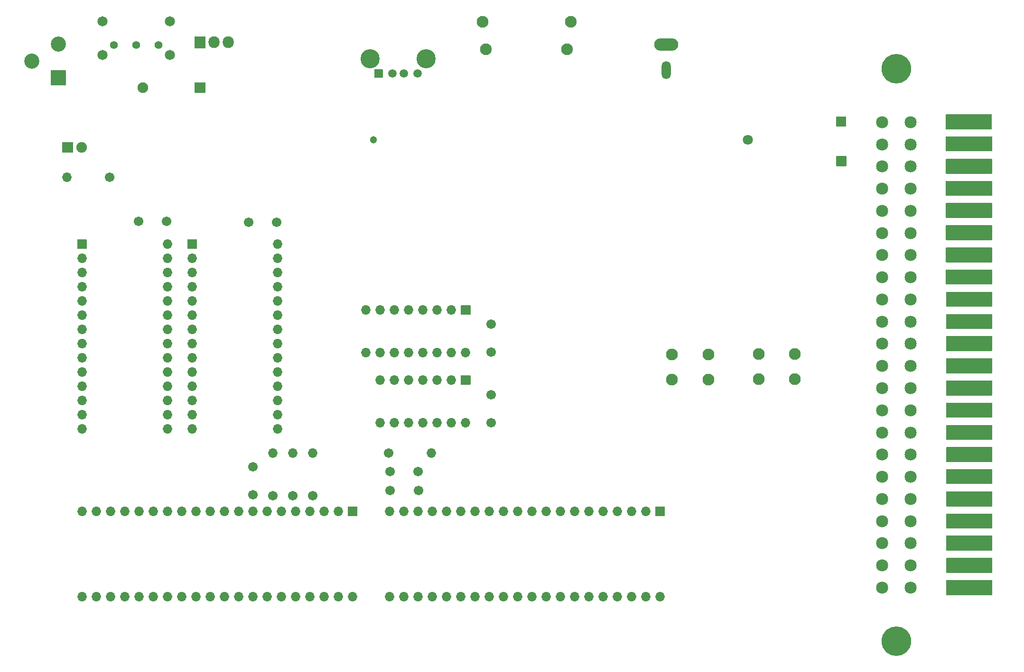
<source format=gbr>
%TF.GenerationSoftware,KiCad,Pcbnew,(5.1.9-0-10_14)*%
%TF.CreationDate,2021-03-05T15:55:50-05:00*%
%TF.ProjectId,Apple1_2layer,4170706c-6531-45f3-926c-617965722e6b,rev?*%
%TF.SameCoordinates,Original*%
%TF.FileFunction,Soldermask,Bot*%
%TF.FilePolarity,Negative*%
%FSLAX46Y46*%
G04 Gerber Fmt 4.6, Leading zero omitted, Abs format (unit mm)*
G04 Created by KiCad (PCBNEW (5.1.9-0-10_14)) date 2021-03-05 15:55:50*
%MOMM*%
%LPD*%
G01*
G04 APERTURE LIST*
%ADD10C,1.802000*%
%ADD11C,1.302000*%
%ADD12C,2.097000*%
%ADD13C,1.510000*%
%ADD14C,3.418000*%
%ADD15C,2.102000*%
%ADD16C,2.157000*%
%ADD17C,5.277000*%
%ADD18O,1.702000X1.702000*%
%ADD19C,1.702000*%
%ADD20O,1.902000X1.902000*%
%ADD21C,1.902000*%
%ADD22C,2.702000*%
%ADD23O,4.302000X2.202000*%
%ADD24O,1.652000X3.202000*%
%ADD25C,1.402000*%
%ADD26C,1.812000*%
%ADD27O,2.007000X2.102000*%
G04 APERTURE END LIST*
D10*
%TO.C,U9*%
X215264000Y-51435000D03*
D11*
X148464000Y-51435000D03*
%TD*%
D12*
%TO.C,J9*%
X183018000Y-35312000D03*
X168518000Y-35312000D03*
X183643000Y-30412000D03*
X167893000Y-30412000D03*
%TD*%
D13*
%TO.C,J6*%
X156337000Y-39624000D03*
X153837000Y-39624000D03*
X151837000Y-39624000D03*
G36*
G01*
X150092000Y-38920000D02*
X150092000Y-40328000D01*
G75*
G02*
X150041000Y-40379000I-51000J0D01*
G01*
X148633000Y-40379000D01*
G75*
G02*
X148582000Y-40328000I0J51000D01*
G01*
X148582000Y-38920000D01*
G75*
G02*
X148633000Y-38869000I51000J0D01*
G01*
X150041000Y-38869000D01*
G75*
G02*
X150092000Y-38920000I0J-51000D01*
G01*
G37*
D14*
X157837000Y-36954000D03*
X147837000Y-36954000D03*
%TD*%
D15*
%TO.C,SW2*%
X201676000Y-94289000D03*
X201676000Y-89789000D03*
X208176000Y-94289000D03*
X208176000Y-89789000D03*
%TD*%
D16*
%TO.C,J3*%
X244246400Y-131470400D03*
X239166400Y-131470400D03*
X244246400Y-127510400D03*
X239166400Y-127510400D03*
X244246400Y-123550400D03*
X239166400Y-123550400D03*
X244246400Y-119590400D03*
X239166400Y-119590400D03*
X244246400Y-115630400D03*
X239166400Y-115630400D03*
X244246400Y-111670400D03*
X239166400Y-111670400D03*
X244246400Y-107710400D03*
X239166400Y-107710400D03*
X244246400Y-103750400D03*
X239166400Y-103750400D03*
X244246400Y-99790400D03*
X239166400Y-99790400D03*
X244246400Y-95830400D03*
X239166400Y-95830400D03*
X244246400Y-91870400D03*
X239166400Y-91870400D03*
X244246400Y-87910400D03*
X239166400Y-87910400D03*
X244246400Y-83950400D03*
X239166400Y-83950400D03*
X244246400Y-79990400D03*
X239166400Y-79990400D03*
X244246400Y-76030400D03*
X239166400Y-76030400D03*
X244246400Y-72070400D03*
X239166400Y-72070400D03*
X244246400Y-68110400D03*
X239166400Y-68110400D03*
X244246400Y-64150400D03*
X239166400Y-64150400D03*
X244246400Y-60190400D03*
X239166400Y-60190400D03*
X244246400Y-56230400D03*
X239166400Y-56230400D03*
X244246400Y-52270400D03*
X239166400Y-52270400D03*
X244246400Y-48310400D03*
X239166400Y-48310400D03*
D17*
X241706400Y-141045400D03*
X241706400Y-38735400D03*
%TD*%
D18*
%TO.C,U6*%
X199567800Y-133070600D03*
X151307800Y-117830600D03*
X197027800Y-133070600D03*
X153847800Y-117830600D03*
X194487800Y-133070600D03*
X156387800Y-117830600D03*
X191947800Y-133070600D03*
X158927800Y-117830600D03*
X189407800Y-133070600D03*
X161467800Y-117830600D03*
X186867800Y-133070600D03*
X164007800Y-117830600D03*
X184327800Y-133070600D03*
X166547800Y-117830600D03*
X181787800Y-133070600D03*
X169087800Y-117830600D03*
X179247800Y-133070600D03*
X171627800Y-117830600D03*
X176707800Y-133070600D03*
X174167800Y-117830600D03*
X174167800Y-133070600D03*
X176707800Y-117830600D03*
X171627800Y-133070600D03*
X179247800Y-117830600D03*
X169087800Y-133070600D03*
X181787800Y-117830600D03*
X166547800Y-133070600D03*
X184327800Y-117830600D03*
X164007800Y-133070600D03*
X186867800Y-117830600D03*
X161467800Y-133070600D03*
X189407800Y-117830600D03*
X158927800Y-133070600D03*
X191947800Y-117830600D03*
X156387800Y-133070600D03*
X194487800Y-117830600D03*
X153847800Y-133070600D03*
X197027800Y-117830600D03*
X151307800Y-133070600D03*
G36*
G01*
X198767800Y-116979600D02*
X200367800Y-116979600D01*
G75*
G02*
X200418800Y-117030600I0J-51000D01*
G01*
X200418800Y-118630600D01*
G75*
G02*
X200367800Y-118681600I-51000J0D01*
G01*
X198767800Y-118681600D01*
G75*
G02*
X198716800Y-118630600I0J51000D01*
G01*
X198716800Y-117030600D01*
G75*
G02*
X198767800Y-116979600I51000J0D01*
G01*
G37*
%TD*%
D19*
%TO.C,C4*%
X151387800Y-110718600D03*
X156387800Y-110718600D03*
%TD*%
%TO.C,C5*%
X111506000Y-66040000D03*
X106506000Y-66040000D03*
%TD*%
%TO.C,C6*%
X169418000Y-96981000D03*
X169418000Y-101981000D03*
%TD*%
%TO.C,C7*%
X131191000Y-66167000D03*
X126191000Y-66167000D03*
%TD*%
%TO.C,C8*%
X151434800Y-114147600D03*
X156434800Y-114147600D03*
%TD*%
%TO.C,C9*%
X169418000Y-84408000D03*
X169418000Y-89408000D03*
%TD*%
%TO.C,D1*%
G36*
G01*
X118426000Y-41264000D02*
X118426000Y-43064000D01*
G75*
G02*
X118375000Y-43115000I-51000J0D01*
G01*
X116575000Y-43115000D01*
G75*
G02*
X116524000Y-43064000I0J51000D01*
G01*
X116524000Y-41264000D01*
G75*
G02*
X116575000Y-41213000I51000J0D01*
G01*
X118375000Y-41213000D01*
G75*
G02*
X118426000Y-41264000I0J-51000D01*
G01*
G37*
D20*
X107315000Y-42164000D03*
%TD*%
%TO.C,D2*%
G36*
G01*
X92902000Y-53732000D02*
X92902000Y-51932000D01*
G75*
G02*
X92953000Y-51881000I51000J0D01*
G01*
X94753000Y-51881000D01*
G75*
G02*
X94804000Y-51932000I0J-51000D01*
G01*
X94804000Y-53732000D01*
G75*
G02*
X94753000Y-53783000I-51000J0D01*
G01*
X92953000Y-53783000D01*
G75*
G02*
X92902000Y-53732000I0J51000D01*
G01*
G37*
D21*
X96393000Y-52832000D03*
%TD*%
D18*
%TO.C,R1*%
X137566400Y-107391200D03*
D19*
X137566400Y-115011200D03*
%TD*%
%TO.C,R2*%
X134010400Y-115011200D03*
D18*
X134010400Y-107391200D03*
%TD*%
D19*
%TO.C,R3*%
X130454400Y-115011200D03*
D18*
X130454400Y-107391200D03*
%TD*%
%TO.C,R4*%
X158800800Y-107442000D03*
D19*
X151180800Y-107442000D03*
%TD*%
%TO.C,R5*%
X101346000Y-58166000D03*
D18*
X93726000Y-58166000D03*
%TD*%
D19*
%TO.C,C10*%
X126949200Y-114858800D03*
X126949200Y-109858800D03*
%TD*%
%TO.C,J1*%
G36*
G01*
X93553000Y-39086000D02*
X93553000Y-41686000D01*
G75*
G02*
X93502000Y-41737000I-51000J0D01*
G01*
X90902000Y-41737000D01*
G75*
G02*
X90851000Y-41686000I0J51000D01*
G01*
X90851000Y-39086000D01*
G75*
G02*
X90902000Y-39035000I51000J0D01*
G01*
X93502000Y-39035000D01*
G75*
G02*
X93553000Y-39086000I0J-51000D01*
G01*
G37*
D22*
X92202000Y-34386000D03*
X87502000Y-37386000D03*
%TD*%
%TO.C,J2*%
G36*
G01*
X258801601Y-132801400D02*
X250671599Y-132801400D01*
G75*
G02*
X250620600Y-132750401I0J50999D01*
G01*
X250620600Y-130190399D01*
G75*
G02*
X250671599Y-130139400I50999J0D01*
G01*
X258801601Y-130139400D01*
G75*
G02*
X258852600Y-130190399I0J-50999D01*
G01*
X258852600Y-132750401D01*
G75*
G02*
X258801601Y-132801400I-50999J0D01*
G01*
G37*
G36*
G01*
X258801601Y-128839000D02*
X250671599Y-128839000D01*
G75*
G02*
X250620600Y-128788001I0J50999D01*
G01*
X250620600Y-126227999D01*
G75*
G02*
X250671599Y-126177000I50999J0D01*
G01*
X258801601Y-126177000D01*
G75*
G02*
X258852600Y-126227999I0J-50999D01*
G01*
X258852600Y-128788001D01*
G75*
G02*
X258801601Y-128839000I-50999J0D01*
G01*
G37*
G36*
G01*
X258801601Y-120914200D02*
X250671599Y-120914200D01*
G75*
G02*
X250620600Y-120863201I0J50999D01*
G01*
X250620600Y-118303199D01*
G75*
G02*
X250671599Y-118252200I50999J0D01*
G01*
X258801601Y-118252200D01*
G75*
G02*
X258852600Y-118303199I0J-50999D01*
G01*
X258852600Y-120863201D01*
G75*
G02*
X258801601Y-120914200I-50999J0D01*
G01*
G37*
G36*
G01*
X258801601Y-124851200D02*
X250671599Y-124851200D01*
G75*
G02*
X250620600Y-124800201I0J50999D01*
G01*
X250620600Y-122240199D01*
G75*
G02*
X250671599Y-122189200I50999J0D01*
G01*
X258801601Y-122189200D01*
G75*
G02*
X258852600Y-122240199I0J-50999D01*
G01*
X258852600Y-124800201D01*
G75*
G02*
X258801601Y-124851200I-50999J0D01*
G01*
G37*
G36*
G01*
X258801601Y-112964000D02*
X250671599Y-112964000D01*
G75*
G02*
X250620600Y-112913001I0J50999D01*
G01*
X250620600Y-110352999D01*
G75*
G02*
X250671599Y-110302000I50999J0D01*
G01*
X258801601Y-110302000D01*
G75*
G02*
X258852600Y-110352999I0J-50999D01*
G01*
X258852600Y-112913001D01*
G75*
G02*
X258801601Y-112964000I-50999J0D01*
G01*
G37*
G36*
G01*
X258801601Y-109027000D02*
X250671599Y-109027000D01*
G75*
G02*
X250620600Y-108976001I0J50999D01*
G01*
X250620600Y-106415999D01*
G75*
G02*
X250671599Y-106365000I50999J0D01*
G01*
X258801601Y-106365000D01*
G75*
G02*
X258852600Y-106415999I0J-50999D01*
G01*
X258852600Y-108976001D01*
G75*
G02*
X258801601Y-109027000I-50999J0D01*
G01*
G37*
G36*
G01*
X258801601Y-116951800D02*
X250671599Y-116951800D01*
G75*
G02*
X250620600Y-116900801I0J50999D01*
G01*
X250620600Y-114340799D01*
G75*
G02*
X250671599Y-114289800I50999J0D01*
G01*
X258801601Y-114289800D01*
G75*
G02*
X258852600Y-114340799I0J-50999D01*
G01*
X258852600Y-116900801D01*
G75*
G02*
X258801601Y-116951800I-50999J0D01*
G01*
G37*
G36*
G01*
X258801601Y-105064600D02*
X250671599Y-105064600D01*
G75*
G02*
X250620600Y-105013601I0J50999D01*
G01*
X250620600Y-102453599D01*
G75*
G02*
X250671599Y-102402600I50999J0D01*
G01*
X258801601Y-102402600D01*
G75*
G02*
X258852600Y-102453599I0J-50999D01*
G01*
X258852600Y-105013601D01*
G75*
G02*
X258801601Y-105064600I-50999J0D01*
G01*
G37*
G36*
G01*
X258776201Y-97139800D02*
X250646199Y-97139800D01*
G75*
G02*
X250595200Y-97088801I0J50999D01*
G01*
X250595200Y-94528799D01*
G75*
G02*
X250646199Y-94477800I50999J0D01*
G01*
X258776201Y-94477800D01*
G75*
G02*
X258827200Y-94528799I0J-50999D01*
G01*
X258827200Y-97088801D01*
G75*
G02*
X258776201Y-97139800I-50999J0D01*
G01*
G37*
G36*
G01*
X258776201Y-101076800D02*
X250646199Y-101076800D01*
G75*
G02*
X250595200Y-101025801I0J50999D01*
G01*
X250595200Y-98465799D01*
G75*
G02*
X250646199Y-98414800I50999J0D01*
G01*
X258776201Y-98414800D01*
G75*
G02*
X258827200Y-98465799I0J-50999D01*
G01*
X258827200Y-101025801D01*
G75*
G02*
X258776201Y-101076800I-50999J0D01*
G01*
G37*
G36*
G01*
X258776201Y-81290200D02*
X250646199Y-81290200D01*
G75*
G02*
X250595200Y-81239201I0J50999D01*
G01*
X250595200Y-78679199D01*
G75*
G02*
X250646199Y-78628200I50999J0D01*
G01*
X258776201Y-78628200D01*
G75*
G02*
X258827200Y-78679199I0J-50999D01*
G01*
X258827200Y-81239201D01*
G75*
G02*
X258776201Y-81290200I-50999J0D01*
G01*
G37*
G36*
G01*
X258750801Y-73365400D02*
X250620799Y-73365400D01*
G75*
G02*
X250569800Y-73314401I0J50999D01*
G01*
X250569800Y-70754399D01*
G75*
G02*
X250620799Y-70703400I50999J0D01*
G01*
X258750801Y-70703400D01*
G75*
G02*
X258801800Y-70754399I0J-50999D01*
G01*
X258801800Y-73314401D01*
G75*
G02*
X258750801Y-73365400I-50999J0D01*
G01*
G37*
G36*
G01*
X258750801Y-77302400D02*
X250620799Y-77302400D01*
G75*
G02*
X250569800Y-77251401I0J50999D01*
G01*
X250569800Y-74691399D01*
G75*
G02*
X250620799Y-74640400I50999J0D01*
G01*
X258750801Y-74640400D01*
G75*
G02*
X258801800Y-74691399I0J-50999D01*
G01*
X258801800Y-77251401D01*
G75*
G02*
X258750801Y-77302400I-50999J0D01*
G01*
G37*
G36*
G01*
X258776201Y-89189600D02*
X250646199Y-89189600D01*
G75*
G02*
X250595200Y-89138601I0J50999D01*
G01*
X250595200Y-86578599D01*
G75*
G02*
X250646199Y-86527600I50999J0D01*
G01*
X258776201Y-86527600D01*
G75*
G02*
X258827200Y-86578599I0J-50999D01*
G01*
X258827200Y-89138601D01*
G75*
G02*
X258776201Y-89189600I-50999J0D01*
G01*
G37*
G36*
G01*
X258776201Y-85252600D02*
X250646199Y-85252600D01*
G75*
G02*
X250595200Y-85201601I0J50999D01*
G01*
X250595200Y-82641599D01*
G75*
G02*
X250646199Y-82590600I50999J0D01*
G01*
X258776201Y-82590600D01*
G75*
G02*
X258827200Y-82641599I0J-50999D01*
G01*
X258827200Y-85201601D01*
G75*
G02*
X258776201Y-85252600I-50999J0D01*
G01*
G37*
G36*
G01*
X258750801Y-65415200D02*
X250620799Y-65415200D01*
G75*
G02*
X250569800Y-65364201I0J50999D01*
G01*
X250569800Y-62804199D01*
G75*
G02*
X250620799Y-62753200I50999J0D01*
G01*
X258750801Y-62753200D01*
G75*
G02*
X258801800Y-62804199I0J-50999D01*
G01*
X258801800Y-65364201D01*
G75*
G02*
X258750801Y-65415200I-50999J0D01*
G01*
G37*
G36*
G01*
X258750801Y-61478200D02*
X250620799Y-61478200D01*
G75*
G02*
X250569800Y-61427201I0J50999D01*
G01*
X250569800Y-58867199D01*
G75*
G02*
X250620799Y-58816200I50999J0D01*
G01*
X258750801Y-58816200D01*
G75*
G02*
X258801800Y-58867199I0J-50999D01*
G01*
X258801800Y-61427201D01*
G75*
G02*
X258750801Y-61478200I-50999J0D01*
G01*
G37*
G36*
G01*
X258750801Y-69403000D02*
X250620799Y-69403000D01*
G75*
G02*
X250569800Y-69352001I0J50999D01*
G01*
X250569800Y-66791999D01*
G75*
G02*
X250620799Y-66741000I50999J0D01*
G01*
X258750801Y-66741000D01*
G75*
G02*
X258801800Y-66791999I0J-50999D01*
G01*
X258801800Y-69352001D01*
G75*
G02*
X258750801Y-69403000I-50999J0D01*
G01*
G37*
G36*
G01*
X258776201Y-93177400D02*
X250646199Y-93177400D01*
G75*
G02*
X250595200Y-93126401I0J50999D01*
G01*
X250595200Y-90566399D01*
G75*
G02*
X250646199Y-90515400I50999J0D01*
G01*
X258776201Y-90515400D01*
G75*
G02*
X258827200Y-90566399I0J-50999D01*
G01*
X258827200Y-93126401D01*
G75*
G02*
X258776201Y-93177400I-50999J0D01*
G01*
G37*
G36*
G01*
X258750801Y-57515800D02*
X250620799Y-57515800D01*
G75*
G02*
X250569800Y-57464801I0J50999D01*
G01*
X250569800Y-54904799D01*
G75*
G02*
X250620799Y-54853800I50999J0D01*
G01*
X258750801Y-54853800D01*
G75*
G02*
X258801800Y-54904799I0J-50999D01*
G01*
X258801800Y-57464801D01*
G75*
G02*
X258750801Y-57515800I-50999J0D01*
G01*
G37*
G36*
G01*
X258725401Y-49591000D02*
X250595399Y-49591000D01*
G75*
G02*
X250544400Y-49540001I0J50999D01*
G01*
X250544400Y-46979999D01*
G75*
G02*
X250595399Y-46929000I50999J0D01*
G01*
X258725401Y-46929000D01*
G75*
G02*
X258776400Y-46979999I0J-50999D01*
G01*
X258776400Y-49540001D01*
G75*
G02*
X258725401Y-49591000I-50999J0D01*
G01*
G37*
G36*
G01*
X258750801Y-53528000D02*
X250620799Y-53528000D01*
G75*
G02*
X250569800Y-53477001I0J50999D01*
G01*
X250569800Y-50916999D01*
G75*
G02*
X250620799Y-50866000I50999J0D01*
G01*
X258750801Y-50866000D01*
G75*
G02*
X258801800Y-50916999I0J-50999D01*
G01*
X258801800Y-53477001D01*
G75*
G02*
X258750801Y-53528000I-50999J0D01*
G01*
G37*
%TD*%
%TO.C,J4*%
G36*
G01*
X232752200Y-47359200D02*
X232752200Y-49059200D01*
G75*
G02*
X232701200Y-49110200I-51000J0D01*
G01*
X231001200Y-49110200D01*
G75*
G02*
X230950200Y-49059200I0J51000D01*
G01*
X230950200Y-47359200D01*
G75*
G02*
X231001200Y-47308200I51000J0D01*
G01*
X232701200Y-47308200D01*
G75*
G02*
X232752200Y-47359200I0J-51000D01*
G01*
G37*
%TD*%
%TO.C,J5*%
G36*
G01*
X232803000Y-54420400D02*
X232803000Y-56120400D01*
G75*
G02*
X232752000Y-56171400I-51000J0D01*
G01*
X231052000Y-56171400D01*
G75*
G02*
X231001000Y-56120400I0J51000D01*
G01*
X231001000Y-54420400D01*
G75*
G02*
X231052000Y-54369400I51000J0D01*
G01*
X232752000Y-54369400D01*
G75*
G02*
X232803000Y-54420400I0J-51000D01*
G01*
G37*
%TD*%
D23*
%TO.C,J7*%
X200660000Y-34480000D03*
D24*
X200660000Y-38980000D03*
%TD*%
D25*
%TO.C,SW1*%
X110109000Y-34544000D03*
X106109000Y-34544000D03*
X102109000Y-34544000D03*
D26*
X112109000Y-30294000D03*
X112109000Y-36294000D03*
X100109000Y-36294000D03*
X100109000Y-30294000D03*
%TD*%
D15*
%TO.C,SW3*%
X223647000Y-89734000D03*
X223647000Y-94234000D03*
X217147000Y-89734000D03*
X217147000Y-94234000D03*
%TD*%
%TO.C,U1*%
G36*
G01*
X164096800Y-81038600D02*
X165696800Y-81038600D01*
G75*
G02*
X165747800Y-81089600I0J-51000D01*
G01*
X165747800Y-82689600D01*
G75*
G02*
X165696800Y-82740600I-51000J0D01*
G01*
X164096800Y-82740600D01*
G75*
G02*
X164045800Y-82689600I0J51000D01*
G01*
X164045800Y-81089600D01*
G75*
G02*
X164096800Y-81038600I51000J0D01*
G01*
G37*
D18*
X147116800Y-89509600D03*
X162356800Y-81889600D03*
X149656800Y-89509600D03*
X159816800Y-81889600D03*
X152196800Y-89509600D03*
X157276800Y-81889600D03*
X154736800Y-89509600D03*
X154736800Y-81889600D03*
X157276800Y-89509600D03*
X152196800Y-81889600D03*
X159816800Y-89509600D03*
X149656800Y-81889600D03*
X162356800Y-89509600D03*
X147116800Y-81889600D03*
X164896800Y-89509600D03*
%TD*%
%TO.C,U2*%
G36*
G01*
X115227000Y-70904000D02*
X115227000Y-69304000D01*
G75*
G02*
X115278000Y-69253000I51000J0D01*
G01*
X116878000Y-69253000D01*
G75*
G02*
X116929000Y-69304000I0J-51000D01*
G01*
X116929000Y-70904000D01*
G75*
G02*
X116878000Y-70955000I-51000J0D01*
G01*
X115278000Y-70955000D01*
G75*
G02*
X115227000Y-70904000I0J51000D01*
G01*
G37*
X131318000Y-103124000D03*
X116078000Y-72644000D03*
X131318000Y-100584000D03*
X116078000Y-75184000D03*
X131318000Y-98044000D03*
X116078000Y-77724000D03*
X131318000Y-95504000D03*
X116078000Y-80264000D03*
X131318000Y-92964000D03*
X116078000Y-82804000D03*
X131318000Y-90424000D03*
X116078000Y-85344000D03*
X131318000Y-87884000D03*
X116078000Y-87884000D03*
X131318000Y-85344000D03*
X116078000Y-90424000D03*
X131318000Y-82804000D03*
X116078000Y-92964000D03*
X131318000Y-80264000D03*
X116078000Y-95504000D03*
X131318000Y-77724000D03*
X116078000Y-98044000D03*
X131318000Y-75184000D03*
X116078000Y-100584000D03*
X131318000Y-72644000D03*
X116078000Y-103124000D03*
X131318000Y-70104000D03*
%TD*%
%TO.C,U3*%
G36*
G01*
X143903800Y-116979600D02*
X145503800Y-116979600D01*
G75*
G02*
X145554800Y-117030600I0J-51000D01*
G01*
X145554800Y-118630600D01*
G75*
G02*
X145503800Y-118681600I-51000J0D01*
G01*
X143903800Y-118681600D01*
G75*
G02*
X143852800Y-118630600I0J51000D01*
G01*
X143852800Y-117030600D01*
G75*
G02*
X143903800Y-116979600I51000J0D01*
G01*
G37*
X96443800Y-133070600D03*
X142163800Y-117830600D03*
X98983800Y-133070600D03*
X139623800Y-117830600D03*
X101523800Y-133070600D03*
X137083800Y-117830600D03*
X104063800Y-133070600D03*
X134543800Y-117830600D03*
X106603800Y-133070600D03*
X132003800Y-117830600D03*
X109143800Y-133070600D03*
X129463800Y-117830600D03*
X111683800Y-133070600D03*
X126923800Y-117830600D03*
X114223800Y-133070600D03*
X124383800Y-117830600D03*
X116763800Y-133070600D03*
X121843800Y-117830600D03*
X119303800Y-133070600D03*
X119303800Y-117830600D03*
X121843800Y-133070600D03*
X116763800Y-117830600D03*
X124383800Y-133070600D03*
X114223800Y-117830600D03*
X126923800Y-133070600D03*
X111683800Y-117830600D03*
X129463800Y-133070600D03*
X109143800Y-117830600D03*
X132003800Y-133070600D03*
X106603800Y-117830600D03*
X134543800Y-133070600D03*
X104063800Y-117830600D03*
X137083800Y-133070600D03*
X101523800Y-117830600D03*
X139623800Y-133070600D03*
X98983800Y-117830600D03*
X142163800Y-133070600D03*
X96443800Y-117830600D03*
X144703800Y-133070600D03*
%TD*%
%TO.C,U4*%
G36*
G01*
X164096800Y-93535400D02*
X165696800Y-93535400D01*
G75*
G02*
X165747800Y-93586400I0J-51000D01*
G01*
X165747800Y-95186400D01*
G75*
G02*
X165696800Y-95237400I-51000J0D01*
G01*
X164096800Y-95237400D01*
G75*
G02*
X164045800Y-95186400I0J51000D01*
G01*
X164045800Y-93586400D01*
G75*
G02*
X164096800Y-93535400I51000J0D01*
G01*
G37*
X149656800Y-102006400D03*
X162356800Y-94386400D03*
X152196800Y-102006400D03*
X159816800Y-94386400D03*
X154736800Y-102006400D03*
X157276800Y-94386400D03*
X157276800Y-102006400D03*
X154736800Y-94386400D03*
X159816800Y-102006400D03*
X152196800Y-94386400D03*
X162356800Y-102006400D03*
X149656800Y-94386400D03*
X164896800Y-102006400D03*
%TD*%
D27*
%TO.C,U7*%
X122555000Y-34036000D03*
X120015000Y-34036000D03*
G36*
G01*
X116471500Y-35036000D02*
X116471500Y-33036000D01*
G75*
G02*
X116522500Y-32985000I51000J0D01*
G01*
X118427500Y-32985000D01*
G75*
G02*
X118478500Y-33036000I0J-51000D01*
G01*
X118478500Y-35036000D01*
G75*
G02*
X118427500Y-35087000I-51000J0D01*
G01*
X116522500Y-35087000D01*
G75*
G02*
X116471500Y-35036000I0J51000D01*
G01*
G37*
%TD*%
D18*
%TO.C,U8*%
X111658400Y-70104000D03*
X96418400Y-103124000D03*
X111658400Y-72644000D03*
X96418400Y-100584000D03*
X111658400Y-75184000D03*
X96418400Y-98044000D03*
X111658400Y-77724000D03*
X96418400Y-95504000D03*
X111658400Y-80264000D03*
X96418400Y-92964000D03*
X111658400Y-82804000D03*
X96418400Y-90424000D03*
X111658400Y-85344000D03*
X96418400Y-87884000D03*
X111658400Y-87884000D03*
X96418400Y-85344000D03*
X111658400Y-90424000D03*
X96418400Y-82804000D03*
X111658400Y-92964000D03*
X96418400Y-80264000D03*
X111658400Y-95504000D03*
X96418400Y-77724000D03*
X111658400Y-98044000D03*
X96418400Y-75184000D03*
X111658400Y-100584000D03*
X96418400Y-72644000D03*
X111658400Y-103124000D03*
G36*
G01*
X95567400Y-70904000D02*
X95567400Y-69304000D01*
G75*
G02*
X95618400Y-69253000I51000J0D01*
G01*
X97218400Y-69253000D01*
G75*
G02*
X97269400Y-69304000I0J-51000D01*
G01*
X97269400Y-70904000D01*
G75*
G02*
X97218400Y-70955000I-51000J0D01*
G01*
X95618400Y-70955000D01*
G75*
G02*
X95567400Y-70904000I0J51000D01*
G01*
G37*
%TD*%
M02*

</source>
